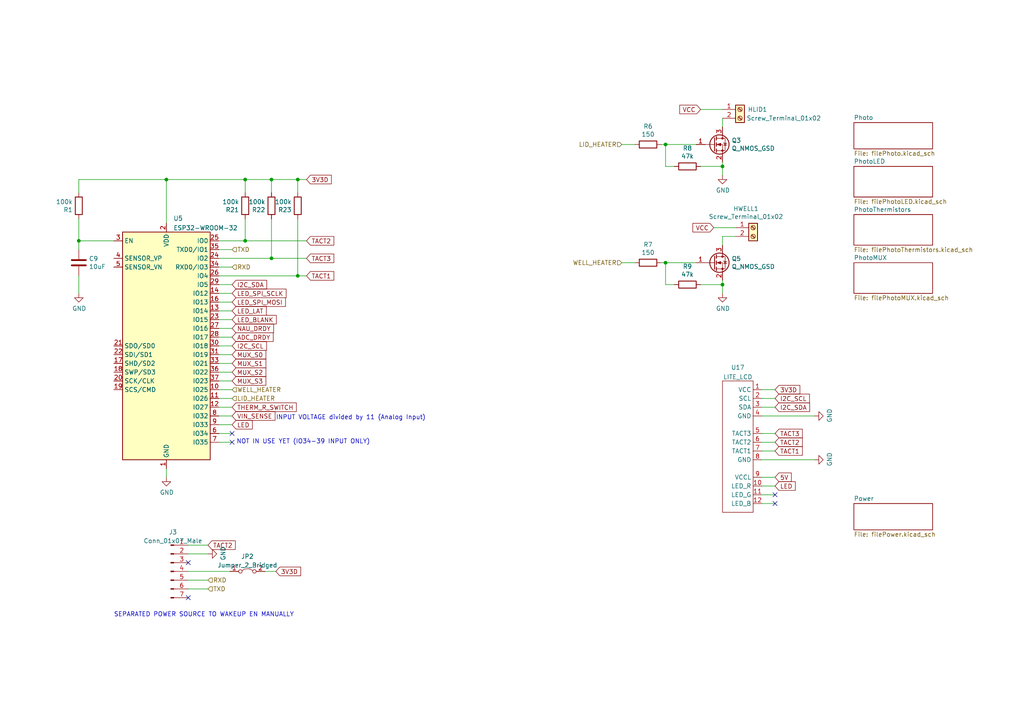
<source format=kicad_sch>
(kicad_sch (version 20211123) (generator eeschema)
  (paper "A4")
  (lib_symbols
    (symbol "Connector:Conn_01x07_Male" (pin_names (offset 1.016) hide)
      (property "Reference" "J" (at 0 10.16 0))
      (property "Value" "Conn_01x07_Male" (at 0 -10.16 0))
      (symbol "Conn_01x07_Male_1_1"
        (polyline (pts (xy 1.27 -7.62) (xy 0.8636 -7.62)) (stroke (width 0.1524)))
        (polyline (pts (xy 1.27 -5.08) (xy 0.8636 -5.08)) (stroke (width 0.1524)))
        (polyline (pts (xy 1.27 -2.54) (xy 0.8636 -2.54)) (stroke (width 0.1524)))
        (polyline (pts (xy 1.27 0) (xy 0.8636 0)) (stroke (width 0.1524)))
        (polyline (pts (xy 1.27 2.54) (xy 0.8636 2.54)) (stroke (width 0.1524)))
        (polyline (pts (xy 1.27 5.08) (xy 0.8636 5.08)) (stroke (width 0.1524)))
        (polyline (pts (xy 1.27 7.62) (xy 0.8636 7.62)) (stroke (width 0.1524)))
        (rectangle (start 0.8636 -7.493) (end 0 -7.747) (stroke (width 0.1524)) (fill (type outline)))
        (rectangle (start 0.8636 -4.953) (end 0 -5.207) (stroke (width 0.1524)) (fill (type outline)))
        (rectangle (start 0.8636 -2.413) (end 0 -2.667) (stroke (width 0.1524)) (fill (type outline)))
        (rectangle (start 0.8636 0.127) (end 0 -0.127) (stroke (width 0.1524)) (fill (type outline)))
        (rectangle (start 0.8636 2.667) (end 0 2.413) (stroke (width 0.1524)) (fill (type outline)))
        (rectangle (start 0.8636 5.207) (end 0 4.953) (stroke (width 0.1524)) (fill (type outline)))
        (rectangle (start 0.8636 7.747) (end 0 7.493) (stroke (width 0.1524)) (fill (type outline)))
        (pin passive line (at 5.08 7.62 180) (length 3.81) (name "Pin_1") (number "1"))
        (pin passive line (at 5.08 5.08 180) (length 3.81) (name "Pin_2") (number "2"))
        (pin passive line (at 5.08 2.54 180) (length 3.81) (name "Pin_3") (number "3"))
        (pin passive line (at 5.08 0 180) (length 3.81) (name "Pin_4") (number "4"))
        (pin passive line (at 5.08 -2.54 180) (length 3.81) (name "Pin_5") (number "5"))
        (pin passive line (at 5.08 -5.08 180) (length 3.81) (name "Pin_6") (number "6"))
        (pin passive line (at 5.08 -7.62 180) (length 3.81) (name "Pin_7") (number "7"))
      )
    )
    (symbol "Connector:Screw_Terminal_01x02" (pin_names (offset 1.016) hide)
      (property "Reference" "J" (at 0 2.54 0))
      (property "Value" "Screw_Terminal_01x02" (at 0 -5.08 0))
      (symbol "Screw_Terminal_01x02_1_1"
        (rectangle (start -1.27 1.27) (end 1.27 -3.81) (stroke (width 0.254)) (fill (type background)))
        (circle (center 0 -2.54) (radius 0.635) (stroke (width 0.1524)))
        (polyline (pts (xy -0.5334 -2.2098) (xy 0.3302 -3.048)) (stroke (width 0.1524)))
        (polyline (pts (xy -0.5334 0.3302) (xy 0.3302 -0.508)) (stroke (width 0.1524)))
        (polyline (pts (xy -0.3556 -2.032) (xy 0.508 -2.8702)) (stroke (width 0.1524)))
        (polyline (pts (xy -0.3556 0.508) (xy 0.508 -0.3302)) (stroke (width 0.1524)))
        (circle (center 0 0) (radius 0.635) (stroke (width 0.1524)))
        (pin passive line (at -5.08 0 0) (length 3.81) (name "Pin_1") (number "1"))
        (pin passive line (at -5.08 -2.54 0) (length 3.81) (name "Pin_2") (number "2"))
      )
    )
    (symbol "Device:C" (pin_numbers hide) (pin_names (offset 0.254))
      (property "Reference" "C" (at 0.635 2.54 0))
      (property "Value" "C" (at 0.635 -2.54 0))
      (symbol "C_0_1"
        (polyline (pts (xy -2.032 -0.762) (xy 2.032 -0.762)) (stroke (width 0.508)))
        (polyline (pts (xy -2.032 0.762) (xy 2.032 0.762)) (stroke (width 0.508)))
      )
      (symbol "C_1_1"
        (pin passive line (at 0 3.81 270) (length 2.794) (name "~") (number "1"))
        (pin passive line (at 0 -3.81 90) (length 2.794) (name "~") (number "2"))
      )
    )
    (symbol "Device:Q_NMOS_GSD" (pin_names (offset 0) hide)
      (property "Reference" "Q" (at 5.08 1.27 0))
      (property "Value" "Q_NMOS_GSD" (at 5.08 -1.27 0))
      (symbol "Q_NMOS_GSD_0_1"
        (polyline (pts (xy 0.254 0) (xy -2.54 0)))
        (polyline (pts (xy 0.254 1.905) (xy 0.254 -1.905)) (stroke (width 0.254)))
        (polyline (pts (xy 0.762 -1.27) (xy 0.762 -2.286)) (stroke (width 0.254)))
        (polyline (pts (xy 0.762 0.508) (xy 0.762 -0.508)) (stroke (width 0.254)))
        (polyline (pts (xy 0.762 2.286) (xy 0.762 1.27)) (stroke (width 0.254)))
        (polyline (pts (xy 2.54 2.54) (xy 2.54 1.778)))
        (polyline (pts (xy 2.54 -2.54) (xy 2.54 0) (xy 0.762 0)))
        (polyline (pts (xy 0.762 -1.778) (xy 3.302 -1.778) (xy 3.302 1.778) (xy 0.762 1.778)))
        (polyline (pts (xy 1.016 0) (xy 2.032 0.381) (xy 2.032 -0.381) (xy 1.016 0)) (fill (type outline)))
        (polyline (pts (xy 2.794 0.508) (xy 2.921 0.381) (xy 3.683 0.381) (xy 3.81 0.254)))
        (polyline (pts (xy 3.302 0.381) (xy 2.921 -0.254) (xy 3.683 -0.254) (xy 3.302 0.381)))
        (circle (center 1.651 0) (radius 2.794) (stroke (width 0.254)))
        (circle (center 2.54 -1.778) (radius 0.254) (fill (type outline)))
        (circle (center 2.54 1.778) (radius 0.254) (fill (type outline)))
      )
      (symbol "Q_NMOS_GSD_1_1"
        (pin input line (at -5.08 0 0) (length 2.54) (name "G") (number "1"))
        (pin passive line (at 2.54 -5.08 90) (length 2.54) (name "S") (number "2"))
        (pin passive line (at 2.54 5.08 270) (length 2.54) (name "D") (number "3"))
      )
    )
    (symbol "Device:R" (pin_numbers hide) (pin_names (offset 0))
      (property "Reference" "R" (at 2.032 0 90))
      (property "Value" "R" (at 0 0 90))
      (symbol "R_0_1"
        (rectangle (start -1.016 -2.54) (end 1.016 2.54) (stroke (width 0.254)))
      )
      (symbol "R_1_1"
        (pin passive line (at 0 3.81 270) (length 1.27) (name "~") (number "1"))
        (pin passive line (at 0 -3.81 90) (length 1.27) (name "~") (number "2"))
      )
    )
    (symbol "Jumper:Jumper_2_Bridged" (pin_names (offset 0) hide)
      (property "Reference" "JP" (at 0 1.905 0))
      (property "Value" "Jumper_2_Bridged" (at 0 -2.54 0))
      (symbol "Jumper_2_Bridged_0_0"
        (circle (center -2.032 0) (radius 0.508))
        (circle (center 2.032 0) (radius 0.508))
      )
      (symbol "Jumper_2_Bridged_0_1"
        (arc (start 1.524 0.254) (mid 0 0.762) (end -1.524 0.254))
      )
      (symbol "Jumper_2_Bridged_1_1"
        (pin passive line (at -5.08 0 0) (length 2.54) (name "A") (number "1"))
        (pin passive line (at 5.08 0 180) (length 2.54) (name "B") (number "2"))
      )
    )
    (symbol "Ninja-qPCR:LITE_LCD"
      (property "Reference" "U" (at -3.81 3.81 0))
      (property "Value" "LITE_LCD" (at -3.81 -36.83 0))
      (symbol "LITE_LCD_0_1"
        (rectangle (start 0 2.54) (end -8.89 -35.56) (stroke (width 0.1524)))
      )
      (symbol "LITE_LCD_1_1"
        (pin input line (at 2.54 0 180) (length 2.54) (name "VCC") (number "1"))
        (pin input line (at 2.54 -27.94 180) (length 2.54) (name "LED_R") (number "10"))
        (pin input line (at 2.54 -30.48 180) (length 2.54) (name "LED_G") (number "11"))
        (pin input line (at 2.54 -33.02 180) (length 2.54) (name "LED_B") (number "12"))
        (pin input line (at 2.54 -2.54 180) (length 2.54) (name "SCL") (number "2"))
        (pin input line (at 2.54 -5.08 180) (length 2.54) (name "SDA") (number "3"))
        (pin input line (at 2.54 -7.62 180) (length 2.54) (name "GND") (number "4"))
        (pin input line (at 2.54 -12.7 180) (length 2.54) (name "TACT3") (number "5"))
        (pin input line (at 2.54 -15.24 180) (length 2.54) (name "TACT2") (number "6"))
        (pin input line (at 2.54 -17.78 180) (length 2.54) (name "TACT1") (number "7"))
        (pin input line (at 2.54 -20.32 180) (length 2.54) (name "GND") (number "8"))
        (pin input line (at 2.54 -25.4 180) (length 2.54) (name "VCCL") (number "9"))
      )
    )
    (symbol "RF_Module:ESP32-WROOM-32"
      (property "Reference" "U" (at -12.7 34.29 0))
      (property "Value" "ESP32-WROOM-32" (at 1.27 34.29 0))
      (symbol "ESP32-WROOM-32_0_1"
        (rectangle (start -12.7 33.02) (end 12.7 -33.02) (stroke (width 0.254)) (fill (type background)))
      )
      (symbol "ESP32-WROOM-32_1_1"
        (pin power_in line (at 0 -35.56 90) (length 2.54) (name "GND") (number "1"))
        (pin bidirectional line (at 15.24 -12.7 180) (length 2.54) (name "IO25") (number "10"))
        (pin bidirectional line (at 15.24 -15.24 180) (length 2.54) (name "IO26") (number "11"))
        (pin bidirectional line (at 15.24 -17.78 180) (length 2.54) (name "IO27") (number "12"))
        (pin bidirectional line (at 15.24 10.16 180) (length 2.54) (name "IO14") (number "13"))
        (pin bidirectional line (at 15.24 15.24 180) (length 2.54) (name "IO12") (number "14"))
        (pin passive line (at 0 -35.56 90) (length 2.54) hide (name "GND") (number "15"))
        (pin bidirectional line (at 15.24 12.7 180) (length 2.54) (name "IO13") (number "16"))
        (pin bidirectional line (at -15.24 -5.08 0) (length 2.54) (name "SHD/SD2") (number "17"))
        (pin bidirectional line (at -15.24 -7.62 0) (length 2.54) (name "SWP/SD3") (number "18"))
        (pin bidirectional line (at -15.24 -12.7 0) (length 2.54) (name "SCS/CMD") (number "19"))
        (pin power_in line (at 0 35.56 270) (length 2.54) (name "VDD") (number "2"))
        (pin bidirectional line (at -15.24 -10.16 0) (length 2.54) (name "SCK/CLK") (number "20"))
        (pin bidirectional line (at -15.24 0 0) (length 2.54) (name "SDO/SD0") (number "21"))
        (pin bidirectional line (at -15.24 -2.54 0) (length 2.54) (name "SDI/SD1") (number "22"))
        (pin bidirectional line (at 15.24 7.62 180) (length 2.54) (name "IO15") (number "23"))
        (pin bidirectional line (at 15.24 25.4 180) (length 2.54) (name "IO2") (number "24"))
        (pin bidirectional line (at 15.24 30.48 180) (length 2.54) (name "IO0") (number "25"))
        (pin bidirectional line (at 15.24 20.32 180) (length 2.54) (name "IO4") (number "26"))
        (pin bidirectional line (at 15.24 5.08 180) (length 2.54) (name "IO16") (number "27"))
        (pin bidirectional line (at 15.24 2.54 180) (length 2.54) (name "IO17") (number "28"))
        (pin bidirectional line (at 15.24 17.78 180) (length 2.54) (name "IO5") (number "29"))
        (pin input line (at -15.24 30.48 0) (length 2.54) (name "EN") (number "3"))
        (pin bidirectional line (at 15.24 0 180) (length 2.54) (name "IO18") (number "30"))
        (pin bidirectional line (at 15.24 -2.54 180) (length 2.54) (name "IO19") (number "31"))
        (pin no_connect line (at -12.7 -27.94 0) (length 2.54) hide (name "NC") (number "32"))
        (pin bidirectional line (at 15.24 -5.08 180) (length 2.54) (name "IO21") (number "33"))
        (pin bidirectional line (at 15.24 22.86 180) (length 2.54) (name "RXD0/IO3") (number "34"))
        (pin bidirectional line (at 15.24 27.94 180) (length 2.54) (name "TXD0/IO1") (number "35"))
        (pin bidirectional line (at 15.24 -7.62 180) (length 2.54) (name "IO22") (number "36"))
        (pin bidirectional line (at 15.24 -10.16 180) (length 2.54) (name "IO23") (number "37"))
        (pin passive line (at 0 -35.56 90) (length 2.54) hide (name "GND") (number "38"))
        (pin passive line (at 0 -35.56 90) (length 2.54) hide (name "GND") (number "39"))
        (pin input line (at -15.24 25.4 0) (length 2.54) (name "SENSOR_VP") (number "4"))
        (pin input line (at -15.24 22.86 0) (length 2.54) (name "SENSOR_VN") (number "5"))
        (pin input line (at 15.24 -25.4 180) (length 2.54) (name "IO34") (number "6"))
        (pin input line (at 15.24 -27.94 180) (length 2.54) (name "IO35") (number "7"))
        (pin bidirectional line (at 15.24 -20.32 180) (length 2.54) (name "IO32") (number "8"))
        (pin bidirectional line (at 15.24 -22.86 180) (length 2.54) (name "IO33") (number "9"))
      )
    )
    (symbol "power:GND" (power) (pin_names (offset 0))
      (property "Value" "GND" (at 0 -3.81 0))
      (symbol "GND_0_1"
        (polyline (pts (xy 0 0) (xy 0 -1.27) (xy 1.27 -1.27) (xy 0 -2.54) (xy -1.27 -1.27) (xy 0 -1.27)))
      )
      (symbol "GND_1_1"
        (pin power_in line (at 0 0 270) (length 0) hide (name "GND") (number "1"))
      )
    )
  )
  (junction (at 193.04 41.91))
  (junction (at 22.86 69.85))
  (junction (at 209.55 82.55))
  (junction (at 48.26 52.07))
  (junction (at 86.36 52.07))
  (junction (at 71.12 52.07))
  (junction (at 209.55 48.26))
  (junction (at 86.36 80.01))
  (junction (at 78.74 52.07))
  (junction (at 193.04 76.2))
  (junction (at 78.74 74.93))
  (junction (at 71.12 69.85))
  (no_connect (at 224.79 143.51))
  (no_connect (at 224.79 146.05))
  (no_connect (at 54.61 173.355))
  (no_connect (at 54.61 163.195))
  (no_connect (at 67.31 125.73))
  (no_connect (at 67.31 128.27))
  (wire (pts (xy 71.12 69.85) (xy 88.9 69.85)))
  (wire (pts (xy 203.2 48.26) (xy 209.55 48.26)))
  (wire (pts (xy 63.5 110.49) (xy 67.31 110.49)))
  (wire (pts (xy 63.5 118.11) (xy 67.31 118.11)))
  (wire (pts (xy 193.04 76.2) (xy 191.77 76.2)))
  (wire (pts (xy 78.74 74.93) (xy 88.9 74.93)))
  (wire (pts (xy 63.5 100.33) (xy 67.31 100.33)))
  (wire (pts (xy 193.04 48.26) (xy 193.04 41.91)))
  (wire (pts (xy 213.36 68.58) (xy 209.55 68.58)))
  (wire (pts (xy 48.26 135.89) (xy 48.26 138.43)))
  (wire (pts (xy 220.98 130.81) (xy 224.79 130.81)))
  (wire (pts (xy 207.01 66.04) (xy 213.36 66.04)))
  (wire (pts (xy 71.12 63.5) (xy 71.12 69.85)))
  (wire (pts (xy 193.04 82.55) (xy 193.04 76.2)))
  (wire (pts (xy 201.93 41.91) (xy 193.04 41.91)))
  (wire (pts (xy 48.26 52.07) (xy 22.86 52.07)))
  (wire (pts (xy 86.36 52.07) (xy 88.9 52.07)))
  (wire (pts (xy 63.5 77.47) (xy 67.31 77.47)))
  (wire (pts (xy 220.98 133.35) (xy 236.22 133.35)))
  (wire (pts (xy 63.5 80.01) (xy 86.36 80.01)))
  (wire (pts (xy 22.86 63.5) (xy 22.86 69.85)))
  (wire (pts (xy 220.98 125.73) (xy 224.79 125.73)))
  (wire (pts (xy 22.86 52.07) (xy 22.86 55.88)))
  (wire (pts (xy 220.98 115.57) (xy 224.79 115.57)))
  (wire (pts (xy 86.36 52.07) (xy 86.36 55.88)))
  (wire (pts (xy 63.5 113.03) (xy 67.31 113.03)))
  (wire (pts (xy 220.98 120.65) (xy 236.22 120.65)))
  (wire (pts (xy 54.61 160.655) (xy 60.325 160.655)))
  (wire (pts (xy 203.2 82.55) (xy 209.55 82.55)))
  (wire (pts (xy 220.98 146.05) (xy 224.79 146.05)))
  (wire (pts (xy 54.61 158.115) (xy 60.325 158.115)))
  (wire (pts (xy 78.74 52.07) (xy 78.74 55.88)))
  (wire (pts (xy 195.58 82.55) (xy 193.04 82.55)))
  (wire (pts (xy 63.5 92.71) (xy 67.31 92.71)))
  (wire (pts (xy 63.5 85.09) (xy 67.31 85.09)))
  (wire (pts (xy 209.55 85.09) (xy 209.55 82.55)))
  (wire (pts (xy 63.5 107.95) (xy 67.31 107.95)))
  (wire (pts (xy 220.98 113.03) (xy 224.79 113.03)))
  (wire (pts (xy 180.34 76.2) (xy 184.15 76.2)))
  (wire (pts (xy 86.36 63.5) (xy 86.36 80.01)))
  (wire (pts (xy 78.74 52.07) (xy 86.36 52.07)))
  (wire (pts (xy 63.5 74.93) (xy 78.74 74.93)))
  (wire (pts (xy 22.86 69.85) (xy 33.02 69.85)))
  (wire (pts (xy 22.86 80.01) (xy 22.86 85.09)))
  (wire (pts (xy 63.5 128.27) (xy 67.31 128.27)))
  (wire (pts (xy 48.26 52.07) (xy 48.26 64.77)))
  (wire (pts (xy 86.36 80.01) (xy 88.9 80.01)))
  (wire (pts (xy 63.5 102.87) (xy 67.31 102.87)))
  (wire (pts (xy 54.61 165.735) (xy 66.675 165.735)))
  (wire (pts (xy 48.26 52.07) (xy 71.12 52.07)))
  (wire (pts (xy 63.5 82.55) (xy 67.31 82.55)))
  (wire (pts (xy 201.93 76.2) (xy 193.04 76.2)))
  (wire (pts (xy 209.55 82.55) (xy 209.55 81.28)))
  (wire (pts (xy 209.55 68.58) (xy 209.55 71.12)))
  (wire (pts (xy 63.5 90.17) (xy 67.31 90.17)))
  (wire (pts (xy 63.5 72.39) (xy 67.31 72.39)))
  (wire (pts (xy 63.5 95.25) (xy 67.31 95.25)))
  (wire (pts (xy 54.61 170.815) (xy 60.325 170.815)))
  (wire (pts (xy 63.5 105.41) (xy 67.31 105.41)))
  (wire (pts (xy 78.74 63.5) (xy 78.74 74.93)))
  (wire (pts (xy 71.12 52.07) (xy 78.74 52.07)))
  (wire (pts (xy 220.98 118.11) (xy 224.79 118.11)))
  (wire (pts (xy 22.86 69.85) (xy 22.86 72.39)))
  (wire (pts (xy 220.98 140.97) (xy 224.79 140.97)))
  (wire (pts (xy 63.5 123.19) (xy 67.31 123.19)))
  (wire (pts (xy 54.61 168.275) (xy 60.325 168.275)))
  (wire (pts (xy 180.34 41.91) (xy 184.15 41.91)))
  (wire (pts (xy 63.5 120.65) (xy 67.31 120.65)))
  (wire (pts (xy 63.5 87.63) (xy 67.31 87.63)))
  (wire (pts (xy 63.5 115.57) (xy 67.31 115.57)))
  (wire (pts (xy 209.55 48.26) (xy 209.55 46.99)))
  (wire (pts (xy 76.835 165.735) (xy 80.01 165.735)))
  (wire (pts (xy 193.04 41.91) (xy 191.77 41.91)))
  (wire (pts (xy 220.98 128.27) (xy 224.79 128.27)))
  (wire (pts (xy 209.55 34.29) (xy 209.55 36.83)))
  (wire (pts (xy 220.98 143.51) (xy 224.79 143.51)))
  (wire (pts (xy 209.55 50.8) (xy 209.55 48.26)))
  (wire (pts (xy 63.5 125.73) (xy 67.31 125.73)))
  (wire (pts (xy 71.12 52.07) (xy 71.12 55.88)))
  (wire (pts (xy 63.5 69.85) (xy 71.12 69.85)))
  (wire (pts (xy 63.5 97.79) (xy 67.31 97.79)))
  (wire (pts (xy 195.58 48.26) (xy 193.04 48.26)))
  (wire (pts (xy 203.2 31.75) (xy 209.55 31.75)))
  (wire (pts (xy 220.98 138.43) (xy 224.79 138.43)))
  (text "SEPARATED POWER SOURCE TO WAKEUP EN MANUALLY" (at 33.02 179.07 0) (effects (font (size 1.27 1.27)) (justify left bottom)))
  (text "NOT IN USE YET (IO34-39 INPUT ONLY)" (at 68.58 128.905 0) (effects (font (size 1.27 1.27)) (justify left bottom)))
  (text "INPUT VOLTAGE divided by 11 (Analog Input)" (at 80.01 121.92 0) (effects (font (size 1.27 1.27)) (justify left bottom)))
  (global_label "3V3D" (shape input) (at 224.79 113.03 0) (property "Intersheet References" "${INTERSHEET_REFS}" (effects hide)))
  (global_label "LED_SPI_SCLK" (shape input) (at 67.31 85.09 0) (property "Intersheet References" "${INTERSHEET_REFS}" (effects hide)))
  (global_label "I2C_SCL" (shape input) (at 224.79 115.57 0) (property "Intersheet References" "${INTERSHEET_REFS}" (effects hide)))
  (global_label "TACT2" (shape input) (at 60.325 158.115 0) (property "Intersheet References" "${INTERSHEET_REFS}" (effects hide)))
  (global_label "LED_LAT" (shape input) (at 67.31 90.17 0) (property "Intersheet References" "${INTERSHEET_REFS}" (effects hide)))
  (global_label "LED" (shape input) (at 67.31 123.19 0) (property "Intersheet References" "${INTERSHEET_REFS}" (effects hide)))
  (global_label "TACT2" (shape input) (at 88.9 69.85 0) (property "Intersheet References" "${INTERSHEET_REFS}" (effects hide)))
  (global_label "TACT3" (shape input) (at 224.79 125.73 0) (property "Intersheet References" "${INTERSHEET_REFS}" (effects hide)))
  (global_label "MUX_S3" (shape input) (at 67.31 110.49 0) (property "Intersheet References" "${INTERSHEET_REFS}" (effects hide)))
  (global_label "I2C_SDA" (shape input) (at 67.31 82.55 0) (property "Intersheet References" "${INTERSHEET_REFS}" (effects hide)))
  (global_label "THERM_R_SWITCH" (shape input) (at 67.31 118.11 0) (property "Intersheet References" "${INTERSHEET_REFS}" (effects hide)))
  (global_label "TACT1" (shape input) (at 88.9 80.01 0) (property "Intersheet References" "${INTERSHEET_REFS}" (effects hide)))
  (global_label "NAU_DRDY" (shape input) (at 67.31 95.25 0) (property "Intersheet References" "${INTERSHEET_REFS}" (effects hide)))
  (global_label "MUX_S1" (shape input) (at 67.31 105.41 0) (property "Intersheet References" "${INTERSHEET_REFS}" (effects hide)))
  (global_label "LED_SPI_MOSI" (shape input) (at 67.31 87.63 0) (property "Intersheet References" "${INTERSHEET_REFS}" (effects hide)))
  (global_label "LED" (shape input) (at 224.79 140.97 0) (property "Intersheet References" "${INTERSHEET_REFS}" (effects hide)))
  (global_label "VCC" (shape input) (at 207.01 66.04 180) (property "Intersheet References" "${INTERSHEET_REFS}" (effects hide)))
  (global_label "ADC_DRDY" (shape input) (at 67.31 97.79 0) (property "Intersheet References" "${INTERSHEET_REFS}" (effects hide)))
  (global_label "5V" (shape input) (at 224.79 138.43 0) (property "Intersheet References" "${INTERSHEET_REFS}" (effects hide)))
  (global_label "I2C_SDA" (shape input) (at 224.79 118.11 0) (property "Intersheet References" "${INTERSHEET_REFS}" (effects hide)))
  (global_label "TACT2" (shape input) (at 224.79 128.27 0) (property "Intersheet References" "${INTERSHEET_REFS}" (effects hide)))
  (global_label "TACT3" (shape input) (at 88.9 74.93 0) (property "Intersheet References" "${INTERSHEET_REFS}" (effects hide)))
  (global_label "I2C_SCL" (shape input) (at 67.31 100.33 0) (property "Intersheet References" "${INTERSHEET_REFS}" (effects hide)))
  (global_label "3V3D" (shape input) (at 88.9 52.07 0) (property "Intersheet References" "${INTERSHEET_REFS}" (effects hide)))
  (global_label "VCC" (shape input) (at 203.2 31.75 180) (property "Intersheet References" "${INTERSHEET_REFS}" (effects hide)))
  (global_label "MUX_S0" (shape input) (at 67.31 102.87 0) (property "Intersheet References" "${INTERSHEET_REFS}" (effects hide)))
  (global_label "LED_BLANK" (shape input) (at 67.31 92.71 0) (property "Intersheet References" "${INTERSHEET_REFS}" (effects hide)))
  (global_label "VIN_SENSE" (shape input) (at 67.31 120.65 0) (property "Intersheet References" "${INTERSHEET_REFS}" (effects hide)))
  (global_label "MUX_S2" (shape input) (at 67.31 107.95 0) (property "Intersheet References" "${INTERSHEET_REFS}" (effects hide)))
  (global_label "3V3D" (shape input) (at 80.01 165.735 0) (property "Intersheet References" "${INTERSHEET_REFS}" (effects hide)))
  (global_label "TACT1" (shape input) (at 224.79 130.81 0) (property "Intersheet References" "${INTERSHEET_REFS}" (effects hide)))
  (hierarchical_label "WELL_HEATER" (shape input) (at 67.31 113.03 0))
  (hierarchical_label "RXD" (shape input) (at 60.325 168.275 0))
  (hierarchical_label "LID_HEATER" (shape input) (at 180.34 41.91 180))
  (hierarchical_label "RXD" (shape input) (at 67.31 77.47 0))
  (hierarchical_label "TXD" (shape input) (at 67.31 72.39 0))
  (hierarchical_label "LID_HEATER" (shape input) (at 67.31 115.57 0))
  (hierarchical_label "WELL_HEATER" (shape input) (at 180.34 76.2 180))
  (hierarchical_label "TXD" (shape input) (at 60.325 170.815 0))
  (symbol (lib_id "Device:R") (at 199.39 48.26 270) (unit 1)
    (property "Reference" "R8" (at 199.39 43.0022 90))
    (property "Value" "47k" (at 199.39 45.3136 90))
    (property "Footprint" "Resistor_SMD:R_0603_1608Metric" (effects hide))
  )
  (symbol (lib_id "Device:R") (at 187.96 41.91 270) (unit 1)
    (property "Reference" "R6" (at 187.96 36.6522 90))
    (property "Value" "150" (at 187.96 38.9636 90))
    (property "Footprint" "Resistor_SMD:R_0603_1608Metric" (effects hide))
  )
  (symbol (lib_id "power:GND") (at 209.55 50.8 0) (unit 1)
    (property "Reference" "#PWR05" (effects hide))
    (property "Value" "GND" (at 209.677 55.1942 0))
  )
  (symbol (lib_id "Device:Q_NMOS_GSD") (at 207.01 41.91 0) (unit 1)
    (property "Reference" "Q3" (at 212.1916 40.7416 0) (effects (justify left)))
    (property "Value" "Q_NMOS_GSD" (at 212.1916 43.053 0) (effects (justify left)))
    (property "Footprint" "Ninja-qPCR:SOT95P240X112-3N" (effects hide))
  )
  (symbol (lib_id "Device:R") (at 199.39 82.55 270) (unit 1)
    (property "Reference" "R9" (at 199.39 77.2922 90))
    (property "Value" "47k" (at 199.39 79.6036 90))
    (property "Footprint" "Resistor_SMD:R_0603_1608Metric" (effects hide))
  )
  (symbol (lib_id "Device:R") (at 187.96 76.2 270) (unit 1)
    (property "Reference" "R7" (at 187.96 70.9422 90))
    (property "Value" "150" (at 187.96 73.2536 90))
    (property "Footprint" "Resistor_SMD:R_0603_1608Metric" (effects hide))
  )
  (symbol (lib_id "power:GND") (at 209.55 85.09 0) (unit 1)
    (property "Reference" "#PWR07" (effects hide))
    (property "Value" "GND" (at 209.677 89.4842 0))
  )
  (symbol (lib_id "Device:Q_NMOS_GSD") (at 207.01 76.2 0) (unit 1)
    (property "Reference" "Q5" (at 212.1916 75.0316 0) (effects (justify left)))
    (property "Value" "Q_NMOS_GSD" (at 212.1916 77.343 0) (effects (justify left)))
    (property "Footprint" "Ninja-qPCR:SOT95P240X112-3N" (effects hide))
  )
  (symbol (lib_id "Connector:Screw_Terminal_01x02") (at 218.44 66.04 0) (unit 1)
    (property "Reference" "HWELL1" (at 216.3572 60.5282 0))
    (property "Value" "Screw_Terminal_01x02" (at 216.3572 62.8396 0))
    (property "Footprint" "Ninja-qPCR:TB_SeeedOPL_320110028" (effects hide))
  )
  (symbol (lib_id "Connector:Screw_Terminal_01x02") (at 214.63 31.75 0) (unit 1)
    (property "Reference" "HLID1" (at 219.71 31.75 0))
    (property "Value" "Screw_Terminal_01x02" (at 227.33 34.29 0))
    (property "Footprint" "Ninja-qPCR:TB_SeeedOPL_320110028" (effects hide))
  )
  (symbol (lib_id "power:GND") (at 48.26 138.43 0) (unit 1)
    (property "Reference" "#PWR0104" (effects hide))
    (property "Value" "GND" (at 48.387 142.8242 0))
  )
  (symbol (lib_id "power:GND") (at 60.325 160.655 90) (unit 1)
    (property "Reference" "#PWR0101" (effects hide))
    (property "Value" "GND" (at 64.7192 160.528 0))
  )
  (symbol (lib_id "Connector:Conn_01x07_Male") (at 49.53 165.735 0) (unit 1)
    (property "Reference" "J3" (at 50.165 154.339 0))
    (property "Value" "Conn_01x07_Male" (at 50.165 156.8759 0))
    (property "Footprint" "Connector_PinSocket_2.54mm:PinSocket_1x07_P2.54mm_Horizontal" (effects hide))
  )
  (symbol (lib_id "Jumper:Jumper_2_Bridged") (at 71.755 165.735 0) (unit 1)
    (property "Reference" "JP2" (at 71.755 161.4002 0))
    (property "Value" "Jumper_2_Bridged" (at 71.755 163.9371 0))
    (property "Footprint" "Jumper:SolderJumper-2_P1.3mm_Open_TrianglePad1.0x1.5mm" (effects hide))
  )
  (symbol (lib_id "Device:R") (at 71.12 59.69 180) (unit 1)
    (property "Reference" "R21" (at 69.342 60.8584 0) (effects (justify left)))
    (property "Value" "100k" (at 69.342 58.547 0) (effects (justify left)))
    (property "Footprint" "Resistor_SMD:R_0603_1608Metric" (effects hide))
  )
  (symbol (lib_id "power:GND") (at 236.22 133.35 90) (unit 1)
    (property "Reference" "#PWR0139" (effects hide))
    (property "Value" "GND" (at 240.6142 133.223 0))
  )
  (symbol (lib_id "Device:R") (at 22.86 59.69 180) (unit 1)
    (property "Reference" "R1" (at 21.082 60.8584 0) (effects (justify left)))
    (property "Value" "100k" (at 21.082 58.547 0) (effects (justify left)))
    (property "Footprint" "Resistor_SMD:R_0603_1608Metric" (effects hide))
  )
  (symbol (lib_id "Device:C") (at 22.86 76.2 0) (unit 1)
    (property "Reference" "C9" (at 25.781 75.0316 0) (effects (justify left)))
    (property "Value" "10uF" (at 25.781 77.343 0) (effects (justify left)))
    (property "Footprint" "Capacitor_SMD:C_0805_2012Metric" (effects hide))
  )
  (symbol (lib_id "RF_Module:ESP32-WROOM-32") (at 48.26 100.33 0) (unit 1)
    (property "Reference" "U5" (at 50.2794 63.3435 0) (effects (justify left)))
    (property "Value" "ESP32-WROOM-32" (at 50.2794 66.1186 0) (effects (justify left)))
    (property "Footprint" "RF_Module:ESP32-WROOM-32" (effects hide))
    (property "Datasheet" "https://www.espressif.com/sites/default/files/documentation/esp32-wroom-32_datasheet_en.pdf" (effects hide))
  )
  (symbol (lib_id "Device:R") (at 86.36 59.69 180) (unit 1)
    (property "Reference" "R23" (at 84.582 60.8584 0) (effects (justify left)))
    (property "Value" "100k" (at 84.582 58.547 0) (effects (justify left)))
    (property "Footprint" "Resistor_SMD:R_0603_1608Metric" (effects hide))
  )
  (symbol (lib_id "Device:R") (at 78.74 59.69 180) (unit 1)
    (property "Reference" "R22" (at 76.962 60.8584 0) (effects (justify left)))
    (property "Value" "100k" (at 76.962 58.547 0) (effects (justify left)))
    (property "Footprint" "Resistor_SMD:R_0603_1608Metric" (effects hide))
  )
  (symbol (lib_id "power:GND") (at 236.22 120.65 90) (unit 1)
    (property "Reference" "#PWR0140" (effects hide))
    (property "Value" "GND" (at 240.6142 120.523 0))
  )
  (symbol (lib_id "power:GND") (at 22.86 85.09 0) (unit 1)
    (property "Reference" "#PWR0103" (effects hide))
    (property "Value" "GND" (at 22.987 89.4842 0))
  )
  (symbol (lib_id "Ninja-qPCR:LITE_LCD") (at 218.44 113.03 0) (unit 1)
    (property "Reference" "U17" (at 213.995 106.5743 0))
    (property "Value" "LITE_LCD" (at 213.995 109.3494 0))
    (property "Footprint" "Ninja-qPCR:LITE_LCD" (effects hide))
  )
  (sheet (at 247.65 35.56) (size 22.86 7.62)
    (property "Sheet name" "Photo" (at 247.65 34.8484 0) (effects (justify left bottom)))
    (property "Sheet file" "filePhoto.kicad_sch" (at 247.65 43.7646 0) (effects (justify left top)))
  )
  (sheet (at 247.65 48.26) (size 22.86 8.89)
    (property "Sheet name" "PhotoLED" (at 247.65 47.5484 0) (effects (justify left bottom)))
    (property "Sheet file" "filePhotoLED.kicad_sch" (at 247.65 57.7346 0) (effects (justify left top)))
  )
  (sheet (at 247.65 62.23) (size 22.86 8.89)
    (property "Sheet name" "PhotoThermistors" (at 247.65 61.5184 0) (effects (justify left bottom)))
    (property "Sheet file" "filePhotoThermistors.kicad_sch" (at 247.65 71.7046 0) (effects (justify left top)))
  )
  (sheet (at 247.65 76.2) (size 22.86 8.89)
    (property "Sheet name" "PhotoMUX" (at 247.65 75.4884 0) (effects (justify left bottom)))
    (property "Sheet file" "filePhotoMUX.kicad_sch" (at 247.65 85.6746 0) (effects (justify left top)))
  )
  (sheet (at 247.65 146.05) (size 22.86 7.62) (stroke (width 0.1524))
    (property "Sheet name" "Power" (at 247.65 145.3384 0) (effects (justify left bottom)))
    (property "Sheet file" "filePower.kicad_sch" (at 247.65 154.2546 0) (effects (justify left top)))
  )
)
</source>
